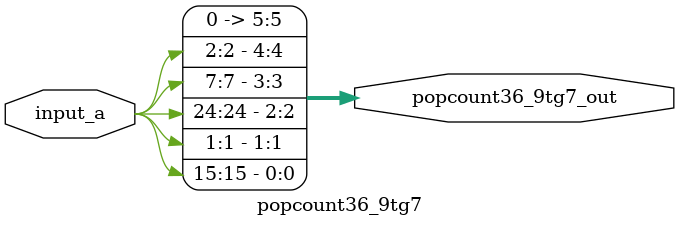
<source format=v>

module popcount36_9tg7(input [35:0] input_a, output [5:0] popcount36_9tg7_out);
  wire popcount36_9tg7_core_038;
  wire popcount36_9tg7_core_039_not;
  wire popcount36_9tg7_core_040;
  wire popcount36_9tg7_core_041;
  wire popcount36_9tg7_core_043;
  wire popcount36_9tg7_core_046;
  wire popcount36_9tg7_core_047;
  wire popcount36_9tg7_core_048;
  wire popcount36_9tg7_core_050;
  wire popcount36_9tg7_core_051;
  wire popcount36_9tg7_core_053;
  wire popcount36_9tg7_core_054;
  wire popcount36_9tg7_core_055;
  wire popcount36_9tg7_core_056;
  wire popcount36_9tg7_core_057;
  wire popcount36_9tg7_core_058;
  wire popcount36_9tg7_core_059;
  wire popcount36_9tg7_core_065;
  wire popcount36_9tg7_core_066;
  wire popcount36_9tg7_core_067;
  wire popcount36_9tg7_core_071;
  wire popcount36_9tg7_core_072;
  wire popcount36_9tg7_core_075;
  wire popcount36_9tg7_core_076;
  wire popcount36_9tg7_core_077;
  wire popcount36_9tg7_core_079;
  wire popcount36_9tg7_core_080;
  wire popcount36_9tg7_core_084;
  wire popcount36_9tg7_core_085;
  wire popcount36_9tg7_core_087;
  wire popcount36_9tg7_core_089;
  wire popcount36_9tg7_core_090;
  wire popcount36_9tg7_core_091;
  wire popcount36_9tg7_core_092;
  wire popcount36_9tg7_core_093;
  wire popcount36_9tg7_core_098;
  wire popcount36_9tg7_core_100;
  wire popcount36_9tg7_core_103;
  wire popcount36_9tg7_core_104;
  wire popcount36_9tg7_core_105_not;
  wire popcount36_9tg7_core_107;
  wire popcount36_9tg7_core_108;
  wire popcount36_9tg7_core_110;
  wire popcount36_9tg7_core_111;
  wire popcount36_9tg7_core_112;
  wire popcount36_9tg7_core_113;
  wire popcount36_9tg7_core_114;
  wire popcount36_9tg7_core_115;
  wire popcount36_9tg7_core_118;
  wire popcount36_9tg7_core_120;
  wire popcount36_9tg7_core_121;
  wire popcount36_9tg7_core_123;
  wire popcount36_9tg7_core_125;
  wire popcount36_9tg7_core_126;
  wire popcount36_9tg7_core_127;
  wire popcount36_9tg7_core_128;
  wire popcount36_9tg7_core_129;
  wire popcount36_9tg7_core_130;
  wire popcount36_9tg7_core_132;
  wire popcount36_9tg7_core_133;
  wire popcount36_9tg7_core_135;
  wire popcount36_9tg7_core_136;
  wire popcount36_9tg7_core_139;
  wire popcount36_9tg7_core_140;
  wire popcount36_9tg7_core_142;
  wire popcount36_9tg7_core_143;
  wire popcount36_9tg7_core_144;
  wire popcount36_9tg7_core_147_not;
  wire popcount36_9tg7_core_148;
  wire popcount36_9tg7_core_151;
  wire popcount36_9tg7_core_152;
  wire popcount36_9tg7_core_153;
  wire popcount36_9tg7_core_154;
  wire popcount36_9tg7_core_155;
  wire popcount36_9tg7_core_156;
  wire popcount36_9tg7_core_157;
  wire popcount36_9tg7_core_158;
  wire popcount36_9tg7_core_159;
  wire popcount36_9tg7_core_160;
  wire popcount36_9tg7_core_161;
  wire popcount36_9tg7_core_162;
  wire popcount36_9tg7_core_163;
  wire popcount36_9tg7_core_164;
  wire popcount36_9tg7_core_165;
  wire popcount36_9tg7_core_167_not;
  wire popcount36_9tg7_core_168;
  wire popcount36_9tg7_core_169;
  wire popcount36_9tg7_core_170;
  wire popcount36_9tg7_core_172;
  wire popcount36_9tg7_core_175;
  wire popcount36_9tg7_core_176;
  wire popcount36_9tg7_core_177;
  wire popcount36_9tg7_core_178_not;
  wire popcount36_9tg7_core_181;
  wire popcount36_9tg7_core_182;
  wire popcount36_9tg7_core_183;
  wire popcount36_9tg7_core_184;
  wire popcount36_9tg7_core_185;
  wire popcount36_9tg7_core_186;
  wire popcount36_9tg7_core_189;
  wire popcount36_9tg7_core_190_not;
  wire popcount36_9tg7_core_192;
  wire popcount36_9tg7_core_193;
  wire popcount36_9tg7_core_194;
  wire popcount36_9tg7_core_195;
  wire popcount36_9tg7_core_196;
  wire popcount36_9tg7_core_197;
  wire popcount36_9tg7_core_199;
  wire popcount36_9tg7_core_200;
  wire popcount36_9tg7_core_201;
  wire popcount36_9tg7_core_202;
  wire popcount36_9tg7_core_203;
  wire popcount36_9tg7_core_204;
  wire popcount36_9tg7_core_205;
  wire popcount36_9tg7_core_206;
  wire popcount36_9tg7_core_208;
  wire popcount36_9tg7_core_210;
  wire popcount36_9tg7_core_212;
  wire popcount36_9tg7_core_214;
  wire popcount36_9tg7_core_216;
  wire popcount36_9tg7_core_218;
  wire popcount36_9tg7_core_220;
  wire popcount36_9tg7_core_221;
  wire popcount36_9tg7_core_222;
  wire popcount36_9tg7_core_224;
  wire popcount36_9tg7_core_225;
  wire popcount36_9tg7_core_227;
  wire popcount36_9tg7_core_230;
  wire popcount36_9tg7_core_232;
  wire popcount36_9tg7_core_234;
  wire popcount36_9tg7_core_236;
  wire popcount36_9tg7_core_237;
  wire popcount36_9tg7_core_238;
  wire popcount36_9tg7_core_239;
  wire popcount36_9tg7_core_244;
  wire popcount36_9tg7_core_245;
  wire popcount36_9tg7_core_246;
  wire popcount36_9tg7_core_249;
  wire popcount36_9tg7_core_251;
  wire popcount36_9tg7_core_256;
  wire popcount36_9tg7_core_258;
  wire popcount36_9tg7_core_259;
  wire popcount36_9tg7_core_261;
  wire popcount36_9tg7_core_262;
  wire popcount36_9tg7_core_263_not;
  wire popcount36_9tg7_core_264;
  wire popcount36_9tg7_core_265;
  wire popcount36_9tg7_core_267;
  wire popcount36_9tg7_core_268;
  wire popcount36_9tg7_core_270;
  wire popcount36_9tg7_core_272;
  wire popcount36_9tg7_core_273;
  wire popcount36_9tg7_core_274;
  wire popcount36_9tg7_core_275;
  wire popcount36_9tg7_core_276;

  assign popcount36_9tg7_core_038 = ~(input_a[21] & input_a[0]);
  assign popcount36_9tg7_core_039_not = ~input_a[9];
  assign popcount36_9tg7_core_040 = input_a[18] | input_a[7];
  assign popcount36_9tg7_core_041 = ~(input_a[16] | input_a[4]);
  assign popcount36_9tg7_core_043 = input_a[26] & input_a[9];
  assign popcount36_9tg7_core_046 = ~(input_a[35] & input_a[16]);
  assign popcount36_9tg7_core_047 = input_a[18] ^ input_a[16];
  assign popcount36_9tg7_core_048 = ~(input_a[27] & input_a[18]);
  assign popcount36_9tg7_core_050 = input_a[10] ^ input_a[31];
  assign popcount36_9tg7_core_051 = ~(input_a[10] ^ input_a[31]);
  assign popcount36_9tg7_core_053 = ~(input_a[29] ^ input_a[24]);
  assign popcount36_9tg7_core_054 = input_a[5] | input_a[22];
  assign popcount36_9tg7_core_055 = input_a[3] | input_a[19];
  assign popcount36_9tg7_core_056 = ~(input_a[34] | input_a[0]);
  assign popcount36_9tg7_core_057 = input_a[22] ^ input_a[31];
  assign popcount36_9tg7_core_058 = input_a[2] ^ input_a[33];
  assign popcount36_9tg7_core_059 = input_a[34] ^ input_a[1];
  assign popcount36_9tg7_core_065 = input_a[11] ^ input_a[16];
  assign popcount36_9tg7_core_066 = ~(input_a[16] & input_a[2]);
  assign popcount36_9tg7_core_067 = input_a[13] ^ input_a[14];
  assign popcount36_9tg7_core_071 = input_a[4] & input_a[15];
  assign popcount36_9tg7_core_072 = input_a[17] & input_a[20];
  assign popcount36_9tg7_core_075 = input_a[30] | input_a[18];
  assign popcount36_9tg7_core_076 = ~(input_a[35] & input_a[14]);
  assign popcount36_9tg7_core_077 = ~(input_a[9] & input_a[5]);
  assign popcount36_9tg7_core_079 = input_a[24] ^ input_a[24];
  assign popcount36_9tg7_core_080 = input_a[22] & input_a[16];
  assign popcount36_9tg7_core_084 = ~(input_a[7] | input_a[8]);
  assign popcount36_9tg7_core_085 = ~(input_a[11] & input_a[22]);
  assign popcount36_9tg7_core_087 = input_a[34] & input_a[26];
  assign popcount36_9tg7_core_089 = ~input_a[13];
  assign popcount36_9tg7_core_090 = ~(input_a[19] | input_a[3]);
  assign popcount36_9tg7_core_091 = input_a[11] ^ input_a[4];
  assign popcount36_9tg7_core_092 = input_a[2] | input_a[3];
  assign popcount36_9tg7_core_093 = input_a[33] ^ input_a[4];
  assign popcount36_9tg7_core_098 = input_a[14] | input_a[26];
  assign popcount36_9tg7_core_100 = ~(input_a[24] & input_a[21]);
  assign popcount36_9tg7_core_103 = input_a[4] & input_a[26];
  assign popcount36_9tg7_core_104 = ~(input_a[26] | input_a[4]);
  assign popcount36_9tg7_core_105_not = ~input_a[12];
  assign popcount36_9tg7_core_107 = ~input_a[32];
  assign popcount36_9tg7_core_108 = ~(input_a[17] ^ input_a[13]);
  assign popcount36_9tg7_core_110 = ~(input_a[17] & input_a[26]);
  assign popcount36_9tg7_core_111 = ~(input_a[27] & input_a[16]);
  assign popcount36_9tg7_core_112 = input_a[19] ^ input_a[20];
  assign popcount36_9tg7_core_113 = ~(input_a[3] | input_a[31]);
  assign popcount36_9tg7_core_114 = ~input_a[4];
  assign popcount36_9tg7_core_115 = input_a[4] | input_a[23];
  assign popcount36_9tg7_core_118 = ~(input_a[25] & input_a[9]);
  assign popcount36_9tg7_core_120 = input_a[15] ^ input_a[8];
  assign popcount36_9tg7_core_121 = ~input_a[11];
  assign popcount36_9tg7_core_123 = input_a[21] & input_a[6];
  assign popcount36_9tg7_core_125 = input_a[17] ^ input_a[34];
  assign popcount36_9tg7_core_126 = ~(input_a[18] & input_a[18]);
  assign popcount36_9tg7_core_127 = ~(input_a[1] | input_a[12]);
  assign popcount36_9tg7_core_128 = input_a[34] & input_a[9];
  assign popcount36_9tg7_core_129 = input_a[9] | input_a[31];
  assign popcount36_9tg7_core_130 = ~(input_a[15] & input_a[8]);
  assign popcount36_9tg7_core_132 = input_a[10] | input_a[14];
  assign popcount36_9tg7_core_133 = input_a[33] & input_a[12];
  assign popcount36_9tg7_core_135 = ~(input_a[5] ^ input_a[15]);
  assign popcount36_9tg7_core_136 = ~(input_a[13] | input_a[10]);
  assign popcount36_9tg7_core_139 = input_a[1] & input_a[6];
  assign popcount36_9tg7_core_140 = ~(input_a[20] & input_a[31]);
  assign popcount36_9tg7_core_142 = input_a[29] | input_a[33];
  assign popcount36_9tg7_core_143 = ~(input_a[34] & input_a[11]);
  assign popcount36_9tg7_core_144 = input_a[14] & input_a[5];
  assign popcount36_9tg7_core_147_not = ~input_a[28];
  assign popcount36_9tg7_core_148 = input_a[35] & input_a[0];
  assign popcount36_9tg7_core_151 = input_a[5] | input_a[7];
  assign popcount36_9tg7_core_152 = input_a[23] ^ input_a[9];
  assign popcount36_9tg7_core_153 = input_a[9] ^ input_a[19];
  assign popcount36_9tg7_core_154 = ~(input_a[1] ^ input_a[1]);
  assign popcount36_9tg7_core_155 = ~input_a[29];
  assign popcount36_9tg7_core_156 = input_a[30] ^ input_a[11];
  assign popcount36_9tg7_core_157 = input_a[9] ^ input_a[10];
  assign popcount36_9tg7_core_158 = input_a[31] ^ input_a[33];
  assign popcount36_9tg7_core_159 = input_a[22] ^ input_a[29];
  assign popcount36_9tg7_core_160 = ~(input_a[2] ^ input_a[26]);
  assign popcount36_9tg7_core_161 = ~(input_a[25] ^ input_a[1]);
  assign popcount36_9tg7_core_162 = input_a[3] & input_a[18];
  assign popcount36_9tg7_core_163 = ~input_a[16];
  assign popcount36_9tg7_core_164 = ~input_a[6];
  assign popcount36_9tg7_core_165 = ~(input_a[11] & input_a[7]);
  assign popcount36_9tg7_core_167_not = ~input_a[21];
  assign popcount36_9tg7_core_168 = ~input_a[19];
  assign popcount36_9tg7_core_169 = ~input_a[24];
  assign popcount36_9tg7_core_170 = ~(input_a[16] ^ input_a[34]);
  assign popcount36_9tg7_core_172 = ~(input_a[16] & input_a[28]);
  assign popcount36_9tg7_core_175 = ~(input_a[8] ^ input_a[7]);
  assign popcount36_9tg7_core_176 = input_a[20] ^ input_a[7];
  assign popcount36_9tg7_core_177 = ~(input_a[16] ^ input_a[17]);
  assign popcount36_9tg7_core_178_not = ~input_a[18];
  assign popcount36_9tg7_core_181 = ~(input_a[2] | input_a[4]);
  assign popcount36_9tg7_core_182 = input_a[29] ^ input_a[11];
  assign popcount36_9tg7_core_183 = input_a[5] ^ input_a[14];
  assign popcount36_9tg7_core_184 = input_a[30] | input_a[23];
  assign popcount36_9tg7_core_185 = ~(input_a[11] ^ input_a[31]);
  assign popcount36_9tg7_core_186 = ~(input_a[0] | input_a[8]);
  assign popcount36_9tg7_core_189 = ~input_a[31];
  assign popcount36_9tg7_core_190_not = ~input_a[27];
  assign popcount36_9tg7_core_192 = input_a[12] & input_a[9];
  assign popcount36_9tg7_core_193 = ~(input_a[15] ^ input_a[3]);
  assign popcount36_9tg7_core_194 = input_a[20] | input_a[23];
  assign popcount36_9tg7_core_195 = input_a[1] & input_a[31];
  assign popcount36_9tg7_core_196 = ~(input_a[8] | input_a[32]);
  assign popcount36_9tg7_core_197 = ~(input_a[2] | input_a[35]);
  assign popcount36_9tg7_core_199 = ~input_a[19];
  assign popcount36_9tg7_core_200 = ~(input_a[31] & input_a[29]);
  assign popcount36_9tg7_core_201 = input_a[4] | input_a[9];
  assign popcount36_9tg7_core_202 = input_a[22] ^ input_a[27];
  assign popcount36_9tg7_core_203 = ~(input_a[5] & input_a[23]);
  assign popcount36_9tg7_core_204 = ~(input_a[18] ^ input_a[0]);
  assign popcount36_9tg7_core_205 = ~(input_a[29] & input_a[17]);
  assign popcount36_9tg7_core_206 = ~(input_a[15] | input_a[4]);
  assign popcount36_9tg7_core_208 = input_a[35] & input_a[22];
  assign popcount36_9tg7_core_210 = ~(input_a[33] & input_a[21]);
  assign popcount36_9tg7_core_212 = ~(input_a[16] | input_a[15]);
  assign popcount36_9tg7_core_214 = ~(input_a[9] ^ input_a[2]);
  assign popcount36_9tg7_core_216 = input_a[0] ^ input_a[20];
  assign popcount36_9tg7_core_218 = input_a[32] & input_a[20];
  assign popcount36_9tg7_core_220 = ~(input_a[18] & input_a[27]);
  assign popcount36_9tg7_core_221 = ~(input_a[34] & input_a[34]);
  assign popcount36_9tg7_core_222 = ~(input_a[30] & input_a[32]);
  assign popcount36_9tg7_core_224 = input_a[28] | input_a[3];
  assign popcount36_9tg7_core_225 = ~(input_a[1] & input_a[4]);
  assign popcount36_9tg7_core_227 = input_a[20] ^ input_a[19];
  assign popcount36_9tg7_core_230 = input_a[15] | input_a[31];
  assign popcount36_9tg7_core_232 = ~input_a[34];
  assign popcount36_9tg7_core_234 = input_a[20] | input_a[12];
  assign popcount36_9tg7_core_236 = ~(input_a[31] ^ input_a[15]);
  assign popcount36_9tg7_core_237 = input_a[14] ^ input_a[25];
  assign popcount36_9tg7_core_238 = ~(input_a[10] | input_a[34]);
  assign popcount36_9tg7_core_239 = input_a[35] ^ input_a[30];
  assign popcount36_9tg7_core_244 = ~(input_a[7] ^ input_a[6]);
  assign popcount36_9tg7_core_245 = ~(input_a[28] & input_a[0]);
  assign popcount36_9tg7_core_246 = input_a[10] & input_a[30];
  assign popcount36_9tg7_core_249 = ~input_a[20];
  assign popcount36_9tg7_core_251 = input_a[29] & input_a[16];
  assign popcount36_9tg7_core_256 = input_a[3] & input_a[0];
  assign popcount36_9tg7_core_258 = input_a[24] | input_a[12];
  assign popcount36_9tg7_core_259 = ~(input_a[4] & input_a[8]);
  assign popcount36_9tg7_core_261 = input_a[15] | input_a[23];
  assign popcount36_9tg7_core_262 = input_a[7] & input_a[6];
  assign popcount36_9tg7_core_263_not = ~input_a[23];
  assign popcount36_9tg7_core_264 = ~input_a[35];
  assign popcount36_9tg7_core_265 = ~(input_a[27] ^ input_a[2]);
  assign popcount36_9tg7_core_267 = ~(input_a[30] | input_a[12]);
  assign popcount36_9tg7_core_268 = input_a[31] & input_a[23];
  assign popcount36_9tg7_core_270 = ~(input_a[27] | input_a[21]);
  assign popcount36_9tg7_core_272 = ~(input_a[16] ^ input_a[11]);
  assign popcount36_9tg7_core_273 = input_a[4] & input_a[1];
  assign popcount36_9tg7_core_274 = input_a[24] & input_a[14];
  assign popcount36_9tg7_core_275 = input_a[31] & input_a[0];
  assign popcount36_9tg7_core_276 = input_a[15] | input_a[1];

  assign popcount36_9tg7_out[0] = input_a[15];
  assign popcount36_9tg7_out[1] = input_a[1];
  assign popcount36_9tg7_out[2] = input_a[24];
  assign popcount36_9tg7_out[3] = input_a[7];
  assign popcount36_9tg7_out[4] = input_a[2];
  assign popcount36_9tg7_out[5] = 1'b0;
endmodule
</source>
